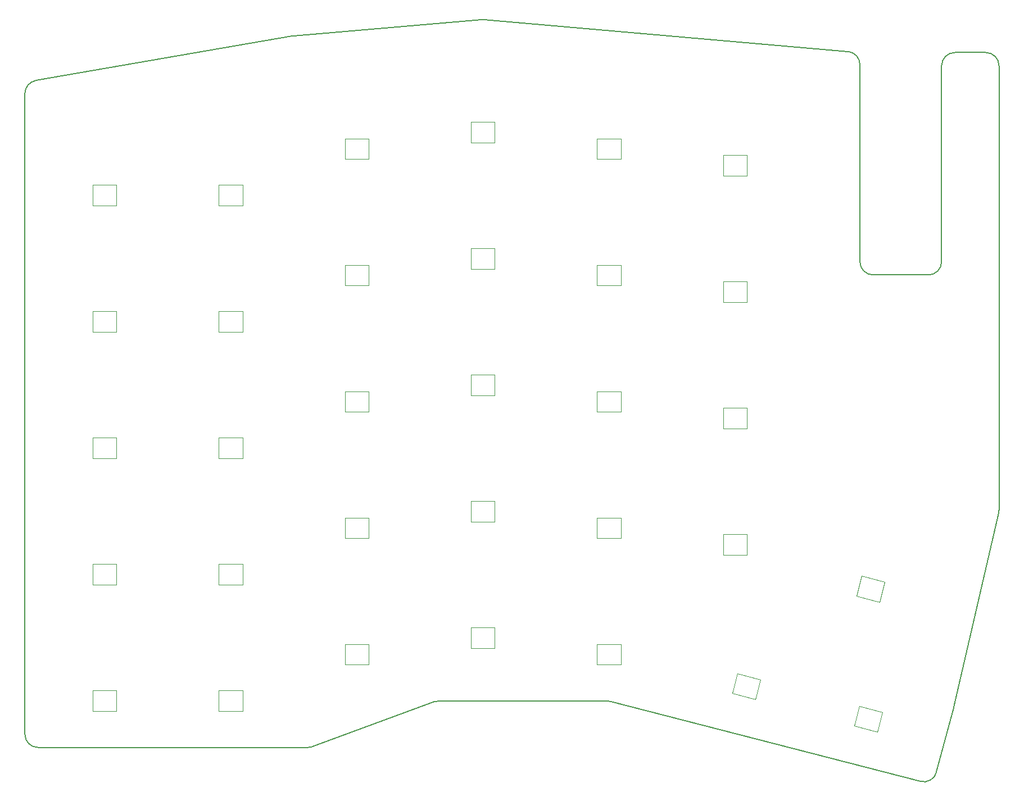
<source format=gbr>
%TF.GenerationSoftware,KiCad,Pcbnew,8.0.6*%
%TF.CreationDate,2025-03-22T19:16:27+01:00*%
%TF.ProjectId,left-finished,6c656674-2d66-4696-9e69-736865642e6b,v1.0.0*%
%TF.SameCoordinates,Original*%
%TF.FileFunction,Profile,NP*%
%FSLAX46Y46*%
G04 Gerber Fmt 4.6, Leading zero omitted, Abs format (unit mm)*
G04 Created by KiCad (PCBNEW 8.0.6) date 2025-03-22 19:16:27*
%MOMM*%
%LPD*%
G01*
G04 APERTURE LIST*
%TA.AperFunction,Profile*%
%ADD10C,0.150000*%
%TD*%
%TA.AperFunction,Profile*%
%ADD11C,0.120000*%
%TD*%
G04 APERTURE END LIST*
D10*
X149665291Y-155148314D02*
G75*
G02*
X150356702Y-155025001I691409J-1876686D01*
G01*
X226100000Y-88800000D02*
G75*
G02*
X224100000Y-90800000I-2000000J0D01*
G01*
X228100000Y-57275000D02*
X232750000Y-57275000D01*
X222912340Y-167142935D02*
X176246063Y-155088561D01*
X232750000Y-57275000D02*
G75*
G02*
X234750000Y-59275000I0J-2000000D01*
G01*
X149665291Y-155148314D02*
X131334709Y-161901686D01*
X128484102Y-54767648D02*
X156825226Y-52290277D01*
X131334709Y-161901686D02*
G75*
G02*
X130643298Y-162024999I-691409J1876686D01*
G01*
X227951684Y-155988702D02*
G75*
G02*
X227934489Y-156057768I-1948384J448402D01*
G01*
X234750000Y-59275000D02*
X234750000Y-126222820D01*
X211975378Y-57114382D02*
G75*
G02*
X213800022Y-59106678I-175378J-1992318D01*
G01*
X234750000Y-126222820D02*
G75*
G02*
X234699042Y-126671391I-2000000J20D01*
G01*
X213800000Y-59106678D02*
X213800000Y-88800000D01*
X157174765Y-52290384D02*
X211975378Y-57114382D01*
X130643298Y-162025000D02*
X90000000Y-162025000D01*
X226100000Y-59275000D02*
G75*
G02*
X228100000Y-57275000I2000000J0D01*
G01*
X175745861Y-155025000D02*
X150356702Y-155025000D01*
X156825226Y-52290277D02*
G75*
G02*
X157174765Y-52290381I174174J-1992423D01*
G01*
X215800000Y-90800000D02*
G75*
G02*
X213800000Y-88800000I0J2000000D01*
G01*
X89658553Y-61487627D02*
X128316815Y-54789413D01*
X90000000Y-162025000D02*
G75*
G02*
X88000000Y-160025000I0J2000000D01*
G01*
X227934489Y-156057768D02*
X225344394Y-165724134D01*
X215800000Y-90800000D02*
X224100000Y-90800000D01*
X175745861Y-155025000D02*
G75*
G02*
X176246066Y-155088551I39J-2000000D01*
G01*
X88000000Y-63458265D02*
G75*
G02*
X89658559Y-61487661I2000000J-35D01*
G01*
X128316816Y-54789413D02*
G75*
G02*
X128484102Y-54767646I341484J-1970687D01*
G01*
X226100000Y-88800000D02*
X226100000Y-59275000D01*
X88000000Y-160025000D02*
X88000000Y-63458265D01*
X225344393Y-165724134D02*
G75*
G02*
X222912327Y-167142987I-1931893J517634D01*
G01*
X234699047Y-126671392D02*
X227951684Y-155988702D01*
%TO.C,LED9*%
D11*
X136200000Y-70250000D02*
X139800000Y-70250000D01*
X139800000Y-73350000D01*
X136200000Y-73350000D01*
X136200000Y-70250000D01*
%TO.C,LED11*%
X155200000Y-105850000D02*
X158800000Y-105850000D01*
X158800000Y-108950000D01*
X155200000Y-108950000D01*
X155200000Y-105850000D01*
%TO.C,LED5*%
X117200000Y-115350000D02*
X120800000Y-115350000D01*
X120800000Y-118450000D01*
X117200000Y-118450000D01*
X117200000Y-115350000D01*
%TO.C,LED26*%
X158800000Y-128000000D02*
X155200000Y-128000000D01*
X155200000Y-124900000D01*
X158800000Y-124900000D01*
X158800000Y-128000000D01*
%TO.C,LED22*%
X120800000Y-137500000D02*
X117200000Y-137500000D01*
X117200000Y-134400000D01*
X120800000Y-134400000D01*
X120800000Y-137500000D01*
%TO.C,LED1*%
X98200000Y-153450000D02*
X101800000Y-153450000D01*
X101800000Y-156550000D01*
X98200000Y-156550000D01*
X98200000Y-153450000D01*
%TO.C,LED20*%
X101800000Y-137500000D02*
X98200000Y-137500000D01*
X98200000Y-134400000D01*
X101800000Y-134400000D01*
X101800000Y-137500000D01*
%TO.C,LED14*%
X174200000Y-108350000D02*
X177800000Y-108350000D01*
X177800000Y-111450000D01*
X174200000Y-111450000D01*
X174200000Y-108350000D01*
%TO.C,LED17*%
X193200000Y-72750000D02*
X196800000Y-72750000D01*
X196800000Y-75850000D01*
X193200000Y-75850000D01*
X193200000Y-72750000D01*
%TO.C,LED25*%
X139800000Y-92400000D02*
X136200000Y-92400000D01*
X136200000Y-89300000D01*
X139800000Y-89300000D01*
X139800000Y-92400000D01*
%TO.C,LED2*%
X98200000Y-115350000D02*
X101800000Y-115350000D01*
X101800000Y-118450000D01*
X98200000Y-118450000D01*
X98200000Y-115350000D01*
%TO.C,LED16*%
X193200000Y-110850000D02*
X196800000Y-110850000D01*
X196800000Y-113950000D01*
X193200000Y-113950000D01*
X193200000Y-110850000D01*
%TO.C,LED6*%
X117200000Y-77250000D02*
X120800000Y-77250000D01*
X120800000Y-80350000D01*
X117200000Y-80350000D01*
X117200000Y-77250000D01*
%TO.C,LED18*%
X198845741Y-151798318D02*
X198043402Y-154792688D01*
X194566069Y-153860940D01*
X195368408Y-150866570D01*
X198845741Y-151798318D01*
%TO.C,LED30*%
X196800000Y-133000000D02*
X193200000Y-133000000D01*
X193200000Y-129900000D01*
X196800000Y-129900000D01*
X196800000Y-133000000D01*
%TO.C,LED12*%
X155200000Y-67750000D02*
X158800000Y-67750000D01*
X158800000Y-70850000D01*
X155200000Y-70850000D01*
X155200000Y-67750000D01*
%TO.C,LED29*%
X177800000Y-92400000D02*
X174200000Y-92400000D01*
X174200000Y-89300000D01*
X177800000Y-89300000D01*
X177800000Y-92400000D01*
%TO.C,LED19*%
X217198332Y-156715880D02*
X216395993Y-159710250D01*
X212918660Y-158778502D01*
X213720999Y-155784132D01*
X217198332Y-156715880D01*
%TO.C,LED15*%
X174200000Y-70250000D02*
X177800000Y-70250000D01*
X177800000Y-73350000D01*
X174200000Y-73350000D01*
X174200000Y-70250000D01*
%TO.C,LED24*%
X139800000Y-130500000D02*
X136200000Y-130500000D01*
X136200000Y-127400000D01*
X139800000Y-127400000D01*
X139800000Y-130500000D01*
%TO.C,LED32*%
X217540687Y-137085603D02*
X216738348Y-140079973D01*
X213261015Y-139148225D01*
X214063354Y-136153855D01*
X217540687Y-137085603D01*
%TO.C,LED23*%
X120800000Y-99400000D02*
X117200000Y-99400000D01*
X117200000Y-96300000D01*
X120800000Y-96300000D01*
X120800000Y-99400000D01*
%TO.C,LED4*%
X117200000Y-153450000D02*
X120800000Y-153450000D01*
X120800000Y-156550000D01*
X117200000Y-156550000D01*
X117200000Y-153450000D01*
%TO.C,LED10*%
X155200000Y-143950000D02*
X158800000Y-143950000D01*
X158800000Y-147050000D01*
X155200000Y-147050000D01*
X155200000Y-143950000D01*
%TO.C,LED8*%
X136200000Y-108350000D02*
X139800000Y-108350000D01*
X139800000Y-111450000D01*
X136200000Y-111450000D01*
X136200000Y-108350000D01*
%TO.C,LED3*%
X98200000Y-77250000D02*
X101800000Y-77250000D01*
X101800000Y-80350000D01*
X98200000Y-80350000D01*
X98200000Y-77250000D01*
%TO.C,LED27*%
X158800000Y-89900000D02*
X155200000Y-89900000D01*
X155200000Y-86800000D01*
X158800000Y-86800000D01*
X158800000Y-89900000D01*
%TO.C,LED21*%
X101800000Y-99400000D02*
X98200000Y-99400000D01*
X98200000Y-96300000D01*
X101800000Y-96300000D01*
X101800000Y-99400000D01*
%TO.C,LED13*%
X174200000Y-146450000D02*
X177800000Y-146450000D01*
X177800000Y-149550000D01*
X174200000Y-149550000D01*
X174200000Y-146450000D01*
%TO.C,LED28*%
X177800000Y-130500000D02*
X174200000Y-130500000D01*
X174200000Y-127400000D01*
X177800000Y-127400000D01*
X177800000Y-130500000D01*
%TO.C,LED31*%
X196800000Y-94900000D02*
X193200000Y-94900000D01*
X193200000Y-91800000D01*
X196800000Y-91800000D01*
X196800000Y-94900000D01*
%TO.C,LED7*%
X136200000Y-146450000D02*
X139800000Y-146450000D01*
X139800000Y-149550000D01*
X136200000Y-149550000D01*
X136200000Y-146450000D01*
%TD*%
M02*

</source>
